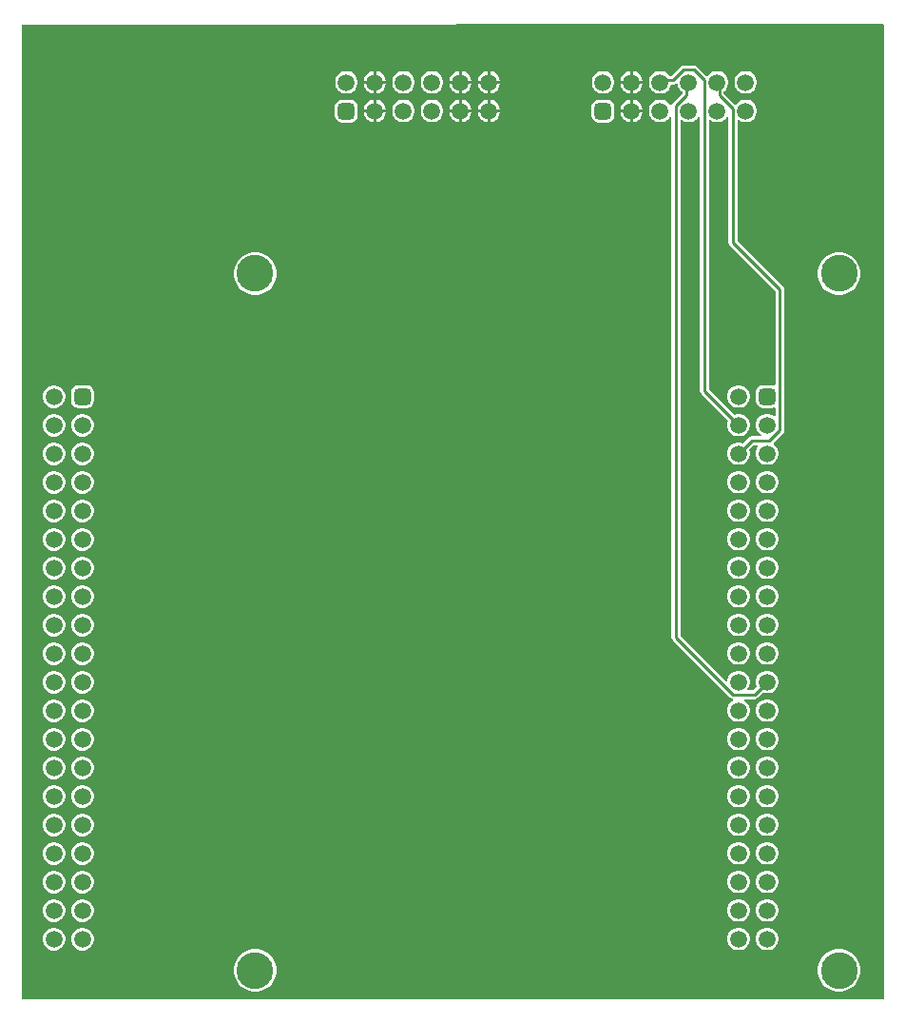
<source format=gbl>
G04*
G04 #@! TF.GenerationSoftware,Altium Limited,Altium Designer,23.6.0 (18)*
G04*
G04 Layer_Physical_Order=2*
G04 Layer_Color=16711680*
%FSLAX44Y44*%
%MOMM*%
G71*
G04*
G04 #@! TF.SameCoordinates,601DDEDB-8D37-4A0F-BDDB-BED4ADFAC405*
G04*
G04*
G04 #@! TF.FilePolarity,Positive*
G04*
G01*
G75*
%ADD13C,0.2540*%
%ADD16C,3.2639*%
%ADD18C,1.5000*%
G04:AMPARAMS|DCode=19|XSize=1.5mm|YSize=1.5mm|CornerRadius=0.375mm|HoleSize=0mm|Usage=FLASHONLY|Rotation=0.000|XOffset=0mm|YOffset=0mm|HoleType=Round|Shape=RoundedRectangle|*
%AMROUNDEDRECTD19*
21,1,1.5000,0.7500,0,0,0.0*
21,1,0.7500,1.5000,0,0,0.0*
1,1,0.7500,0.3750,-0.3750*
1,1,0.7500,-0.3750,-0.3750*
1,1,0.7500,-0.3750,0.3750*
1,1,0.7500,0.3750,0.3750*
%
%ADD19ROUNDEDRECTD19*%
G04:AMPARAMS|DCode=20|XSize=1.5mm|YSize=1.5mm|CornerRadius=0.375mm|HoleSize=0mm|Usage=FLASHONLY|Rotation=270.000|XOffset=0mm|YOffset=0mm|HoleType=Round|Shape=RoundedRectangle|*
%AMROUNDEDRECTD20*
21,1,1.5000,0.7500,0,0,270.0*
21,1,0.7500,1.5000,0,0,270.0*
1,1,0.7500,-0.3750,-0.3750*
1,1,0.7500,-0.3750,0.3750*
1,1,0.7500,0.3750,0.3750*
1,1,0.7500,0.3750,-0.3750*
%
%ADD20ROUNDEDRECTD20*%
G36*
X1850000Y993000D02*
Y126000D01*
X1083000D01*
X1082000Y127000D01*
Y993000D01*
X1849000Y994000D01*
X1850000Y993000D01*
D02*
G37*
%LPC*%
G36*
X1680784Y957246D02*
X1671415D01*
X1669928Y956950D01*
X1668668Y956108D01*
X1660401Y947840D01*
X1658950D01*
X1658734Y948216D01*
X1656864Y950085D01*
X1654575Y951407D01*
X1652021Y952091D01*
X1649378D01*
X1646824Y951407D01*
X1644535Y950085D01*
X1642666Y948216D01*
X1641344Y945926D01*
X1640660Y943373D01*
Y940729D01*
X1641344Y938176D01*
X1642666Y935886D01*
X1644535Y934017D01*
X1646824Y932695D01*
X1649378Y932011D01*
X1652021D01*
X1654575Y932695D01*
X1656864Y934017D01*
X1658734Y935886D01*
X1660055Y938176D01*
X1660563Y940071D01*
X1662010D01*
X1663496Y940367D01*
X1664756Y941209D01*
X1664886Y941339D01*
X1666060Y940853D01*
Y940729D01*
X1666744Y938176D01*
X1668066Y935886D01*
X1669935Y934017D01*
X1670310Y933800D01*
Y932350D01*
X1662043Y924083D01*
X1661201Y922822D01*
X1660943Y921529D01*
X1660433Y921306D01*
X1659635Y921255D01*
X1658734Y922816D01*
X1656864Y924685D01*
X1654575Y926007D01*
X1652021Y926691D01*
X1649378D01*
X1646824Y926007D01*
X1644535Y924685D01*
X1642666Y922816D01*
X1641344Y920526D01*
X1640660Y917973D01*
Y915329D01*
X1641344Y912776D01*
X1642666Y910486D01*
X1644535Y908617D01*
X1646824Y907295D01*
X1649378Y906611D01*
X1652021D01*
X1654575Y907295D01*
X1656864Y908617D01*
X1658734Y910486D01*
X1659635Y912048D01*
X1660905Y911707D01*
Y448416D01*
X1661201Y446929D01*
X1662043Y445669D01*
X1713168Y394543D01*
X1714429Y393701D01*
X1715723Y393444D01*
X1715945Y392933D01*
X1715996Y392135D01*
X1714435Y391234D01*
X1712566Y389365D01*
X1711244Y387075D01*
X1710560Y384522D01*
Y381878D01*
X1711244Y379325D01*
X1712566Y377035D01*
X1714435Y375166D01*
X1716725Y373844D01*
X1719278Y373160D01*
X1721922D01*
X1724475Y373844D01*
X1726765Y375166D01*
X1728634Y377035D01*
X1729956Y379325D01*
X1730640Y381878D01*
Y384522D01*
X1729956Y387075D01*
X1728634Y389365D01*
X1726765Y391234D01*
X1725204Y392135D01*
X1725544Y393405D01*
X1734690D01*
X1736177Y393701D01*
X1737437Y394543D01*
X1742135Y399241D01*
X1744678Y398560D01*
X1747322D01*
X1749875Y399244D01*
X1752165Y400566D01*
X1754034Y402435D01*
X1755356Y404725D01*
X1756040Y407278D01*
Y409922D01*
X1755356Y412475D01*
X1754034Y414765D01*
X1752165Y416634D01*
X1749875Y417956D01*
X1747322Y418640D01*
X1744678D01*
X1742125Y417956D01*
X1739835Y416634D01*
X1737966Y414765D01*
X1736644Y412475D01*
X1735960Y409922D01*
Y407278D01*
X1736641Y404735D01*
X1733081Y401175D01*
X1729033D01*
X1728547Y402348D01*
X1728634Y402435D01*
X1729956Y404725D01*
X1730640Y407278D01*
Y409922D01*
X1729956Y412475D01*
X1728634Y414765D01*
X1726765Y416634D01*
X1724475Y417956D01*
X1721922Y418640D01*
X1719278D01*
X1716725Y417956D01*
X1714435Y416634D01*
X1712566Y414765D01*
X1711244Y412475D01*
X1710560Y409922D01*
Y409798D01*
X1709387Y409312D01*
X1668674Y450025D01*
Y908218D01*
X1669848Y908704D01*
X1669935Y908617D01*
X1672224Y907295D01*
X1674778Y906611D01*
X1677421D01*
X1679975Y907295D01*
X1682264Y908617D01*
X1684134Y910486D01*
X1685035Y912048D01*
X1686305Y911707D01*
Y667610D01*
X1686601Y666124D01*
X1687443Y664864D01*
X1711241Y641065D01*
X1710560Y638522D01*
Y635878D01*
X1711244Y633325D01*
X1712566Y631035D01*
X1714435Y629166D01*
X1716725Y627844D01*
X1719278Y627160D01*
X1721922D01*
X1724475Y627844D01*
X1726765Y629166D01*
X1728634Y631035D01*
X1729956Y633325D01*
X1730640Y635878D01*
Y638522D01*
X1729956Y641075D01*
X1728634Y643365D01*
X1726765Y645234D01*
X1724475Y646556D01*
X1721922Y647240D01*
X1719278D01*
X1716735Y646559D01*
X1694074Y669219D01*
Y908218D01*
X1695248Y908704D01*
X1695335Y908617D01*
X1697624Y907295D01*
X1700178Y906611D01*
X1702821D01*
X1705375Y907295D01*
X1707664Y908617D01*
X1709534Y910486D01*
X1710435Y912048D01*
X1711705Y911707D01*
Y799413D01*
X1712001Y797926D01*
X1712843Y796666D01*
X1753425Y756083D01*
Y672933D01*
X1752381Y672261D01*
X1752155Y672285D01*
X1749750Y672763D01*
X1742250D01*
X1739796Y672275D01*
X1737715Y670885D01*
X1736325Y668804D01*
X1735837Y666350D01*
Y658850D01*
X1736325Y656396D01*
X1737715Y654315D01*
X1739796Y652925D01*
X1742250Y652437D01*
X1749750D01*
X1752155Y652915D01*
X1752381Y652939D01*
X1753425Y652267D01*
Y645633D01*
X1752252Y645147D01*
X1752165Y645234D01*
X1749875Y646556D01*
X1747322Y647240D01*
X1744678D01*
X1742125Y646556D01*
X1739835Y645234D01*
X1737966Y643365D01*
X1736644Y641075D01*
X1735960Y638522D01*
Y635878D01*
X1736644Y633325D01*
X1737966Y631035D01*
X1739835Y629166D01*
X1740981Y628504D01*
X1740641Y627234D01*
X1732150D01*
X1730663Y626939D01*
X1729403Y626096D01*
X1724465Y621159D01*
X1721922Y621840D01*
X1719278D01*
X1716725Y621156D01*
X1714435Y619834D01*
X1712566Y617965D01*
X1711244Y615675D01*
X1710560Y613122D01*
Y610478D01*
X1711244Y607925D01*
X1712566Y605635D01*
X1714435Y603766D01*
X1716725Y602444D01*
X1719278Y601760D01*
X1721922D01*
X1724475Y602444D01*
X1726765Y603766D01*
X1728634Y605635D01*
X1729956Y607925D01*
X1730640Y610478D01*
Y613122D01*
X1729959Y615665D01*
X1733759Y619465D01*
X1737807D01*
X1738293Y618292D01*
X1737966Y617965D01*
X1736644Y615675D01*
X1735960Y613122D01*
Y610478D01*
X1736644Y607925D01*
X1737966Y605635D01*
X1739835Y603766D01*
X1742125Y602444D01*
X1744678Y601760D01*
X1747322D01*
X1749875Y602444D01*
X1752165Y603766D01*
X1754034Y605635D01*
X1755356Y607925D01*
X1756040Y610478D01*
Y613122D01*
X1755356Y615675D01*
X1754034Y617965D01*
X1752165Y619834D01*
X1752009Y619924D01*
X1751800Y621511D01*
X1760057Y629768D01*
X1760899Y631029D01*
X1761195Y632515D01*
Y757692D01*
X1760899Y759179D01*
X1760057Y760439D01*
X1719474Y801022D01*
Y908218D01*
X1720648Y908704D01*
X1720735Y908617D01*
X1723024Y907295D01*
X1725578Y906611D01*
X1728221D01*
X1730775Y907295D01*
X1733064Y908617D01*
X1734934Y910486D01*
X1736255Y912776D01*
X1736940Y915329D01*
Y917973D01*
X1736255Y920526D01*
X1734934Y922816D01*
X1733064Y924685D01*
X1730775Y926007D01*
X1728221Y926691D01*
X1725578D01*
X1723024Y926007D01*
X1720735Y924685D01*
X1718866Y922816D01*
X1718640Y922424D01*
X1717381Y922259D01*
X1707289Y932350D01*
Y933800D01*
X1707664Y934017D01*
X1709534Y935886D01*
X1710855Y938176D01*
X1711540Y940729D01*
Y943373D01*
X1710855Y945926D01*
X1709534Y948216D01*
X1707664Y950085D01*
X1705375Y951407D01*
X1702821Y952091D01*
X1700178D01*
X1697624Y951407D01*
X1695335Y950085D01*
X1693466Y948216D01*
X1693240Y947824D01*
X1691980Y947659D01*
X1683531Y956108D01*
X1682271Y956950D01*
X1680784Y957246D01*
D02*
G37*
G36*
X1626621Y952091D02*
X1626570D01*
Y943321D01*
X1635340D01*
Y943373D01*
X1634655Y945926D01*
X1633334Y948216D01*
X1631464Y950085D01*
X1629175Y951407D01*
X1626621Y952091D01*
D02*
G37*
G36*
X1624030D02*
X1623978D01*
X1621424Y951407D01*
X1619135Y950085D01*
X1617266Y948216D01*
X1615944Y945926D01*
X1615260Y943373D01*
Y943321D01*
X1624030D01*
Y952091D01*
D02*
G37*
G36*
X1499620D02*
X1499568D01*
Y943321D01*
X1508338D01*
Y943373D01*
X1507654Y945926D01*
X1506332Y948216D01*
X1504463Y950085D01*
X1502173Y951407D01*
X1499620Y952091D01*
D02*
G37*
G36*
X1497028D02*
X1496976D01*
X1494423Y951407D01*
X1492133Y950085D01*
X1490264Y948216D01*
X1488942Y945926D01*
X1488258Y943373D01*
Y943321D01*
X1497028D01*
Y952091D01*
D02*
G37*
G36*
X1474220D02*
X1474168D01*
Y943321D01*
X1482938D01*
Y943373D01*
X1482254Y945926D01*
X1480932Y948216D01*
X1479063Y950085D01*
X1476774Y951407D01*
X1474220Y952091D01*
D02*
G37*
G36*
X1471628D02*
X1471576D01*
X1469023Y951407D01*
X1466734Y950085D01*
X1464864Y948216D01*
X1463542Y945926D01*
X1462858Y943373D01*
Y943321D01*
X1471628D01*
Y952091D01*
D02*
G37*
G36*
X1398020D02*
X1397968D01*
Y943321D01*
X1406738D01*
Y943373D01*
X1406054Y945926D01*
X1404732Y948216D01*
X1402863Y950085D01*
X1400573Y951407D01*
X1398020Y952091D01*
D02*
G37*
G36*
X1395428D02*
X1395376D01*
X1392823Y951407D01*
X1390533Y950085D01*
X1388664Y948216D01*
X1387342Y945926D01*
X1386658Y943373D01*
Y943321D01*
X1395428D01*
Y952091D01*
D02*
G37*
G36*
X1728221D02*
X1725578D01*
X1723024Y951407D01*
X1720735Y950085D01*
X1718866Y948216D01*
X1717544Y945926D01*
X1716860Y943373D01*
Y940729D01*
X1717544Y938176D01*
X1718866Y935886D01*
X1720735Y934017D01*
X1723024Y932695D01*
X1725578Y932011D01*
X1728221D01*
X1730775Y932695D01*
X1733064Y934017D01*
X1734934Y935886D01*
X1736255Y938176D01*
X1736940Y940729D01*
Y943373D01*
X1736255Y945926D01*
X1734934Y948216D01*
X1733064Y950085D01*
X1730775Y951407D01*
X1728221Y952091D01*
D02*
G37*
G36*
X1635340Y940781D02*
X1626570D01*
Y932011D01*
X1626621D01*
X1629175Y932695D01*
X1631464Y934017D01*
X1633334Y935886D01*
X1634655Y938176D01*
X1635340Y940729D01*
Y940781D01*
D02*
G37*
G36*
X1624030D02*
X1615260D01*
Y940729D01*
X1615944Y938176D01*
X1617266Y935886D01*
X1619135Y934017D01*
X1621424Y932695D01*
X1623978Y932011D01*
X1624030D01*
Y940781D01*
D02*
G37*
G36*
X1601221Y952091D02*
X1598578D01*
X1596024Y951407D01*
X1593735Y950085D01*
X1591866Y948216D01*
X1590544Y945926D01*
X1589860Y943373D01*
Y940729D01*
X1590544Y938176D01*
X1591866Y935886D01*
X1593735Y934017D01*
X1596024Y932695D01*
X1598578Y932011D01*
X1601221D01*
X1603775Y932695D01*
X1606064Y934017D01*
X1607934Y935886D01*
X1609255Y938176D01*
X1609940Y940729D01*
Y943373D01*
X1609255Y945926D01*
X1607934Y948216D01*
X1606064Y950085D01*
X1603775Y951407D01*
X1601221Y952091D01*
D02*
G37*
G36*
X1508338Y940781D02*
X1499568D01*
Y932011D01*
X1499620D01*
X1502173Y932695D01*
X1504463Y934017D01*
X1506332Y935886D01*
X1507654Y938176D01*
X1508338Y940729D01*
Y940781D01*
D02*
G37*
G36*
X1497028D02*
X1488258D01*
Y940729D01*
X1488942Y938176D01*
X1490264Y935886D01*
X1492133Y934017D01*
X1494423Y932695D01*
X1496976Y932011D01*
X1497028D01*
Y940781D01*
D02*
G37*
G36*
X1482938D02*
X1474168D01*
Y932011D01*
X1474220D01*
X1476774Y932695D01*
X1479063Y934017D01*
X1480932Y935886D01*
X1482254Y938176D01*
X1482938Y940729D01*
Y940781D01*
D02*
G37*
G36*
X1471628D02*
X1462858D01*
Y940729D01*
X1463542Y938176D01*
X1464864Y935886D01*
X1466734Y934017D01*
X1469023Y932695D01*
X1471576Y932011D01*
X1471628D01*
Y940781D01*
D02*
G37*
G36*
X1448820Y952091D02*
X1446176D01*
X1443623Y951407D01*
X1441333Y950085D01*
X1439464Y948216D01*
X1438142Y945926D01*
X1437458Y943373D01*
Y940729D01*
X1438142Y938176D01*
X1439464Y935886D01*
X1441333Y934017D01*
X1443623Y932695D01*
X1446176Y932011D01*
X1448820D01*
X1451373Y932695D01*
X1453663Y934017D01*
X1455532Y935886D01*
X1456854Y938176D01*
X1457538Y940729D01*
Y943373D01*
X1456854Y945926D01*
X1455532Y948216D01*
X1453663Y950085D01*
X1451373Y951407D01*
X1448820Y952091D01*
D02*
G37*
G36*
X1423420D02*
X1420776D01*
X1418223Y951407D01*
X1415934Y950085D01*
X1414064Y948216D01*
X1412742Y945926D01*
X1412058Y943373D01*
Y940729D01*
X1412742Y938176D01*
X1414064Y935886D01*
X1415934Y934017D01*
X1418223Y932695D01*
X1420776Y932011D01*
X1423420D01*
X1425974Y932695D01*
X1428263Y934017D01*
X1430132Y935886D01*
X1431454Y938176D01*
X1432138Y940729D01*
Y943373D01*
X1431454Y945926D01*
X1430132Y948216D01*
X1428263Y950085D01*
X1425974Y951407D01*
X1423420Y952091D01*
D02*
G37*
G36*
X1406738Y940781D02*
X1397968D01*
Y932011D01*
X1398020D01*
X1400573Y932695D01*
X1402863Y934017D01*
X1404732Y935886D01*
X1406054Y938176D01*
X1406738Y940729D01*
Y940781D01*
D02*
G37*
G36*
X1395428D02*
X1386658D01*
Y940729D01*
X1387342Y938176D01*
X1388664Y935886D01*
X1390533Y934017D01*
X1392823Y932695D01*
X1395376Y932011D01*
X1395428D01*
Y940781D01*
D02*
G37*
G36*
X1372620Y952091D02*
X1369976D01*
X1367423Y951407D01*
X1365134Y950085D01*
X1363264Y948216D01*
X1361942Y945926D01*
X1361258Y943373D01*
Y940729D01*
X1361942Y938176D01*
X1363264Y935886D01*
X1365134Y934017D01*
X1367423Y932695D01*
X1369976Y932011D01*
X1372620D01*
X1375173Y932695D01*
X1377463Y934017D01*
X1379332Y935886D01*
X1380654Y938176D01*
X1381338Y940729D01*
Y943373D01*
X1380654Y945926D01*
X1379332Y948216D01*
X1377463Y950085D01*
X1375173Y951407D01*
X1372620Y952091D01*
D02*
G37*
G36*
X1626621Y926691D02*
X1626570D01*
Y917921D01*
X1635340D01*
Y917973D01*
X1634655Y920526D01*
X1633334Y922816D01*
X1631464Y924685D01*
X1629175Y926007D01*
X1626621Y926691D01*
D02*
G37*
G36*
X1624030D02*
X1623978D01*
X1621424Y926007D01*
X1619135Y924685D01*
X1617266Y922816D01*
X1615944Y920526D01*
X1615260Y917973D01*
Y917921D01*
X1624030D01*
Y926691D01*
D02*
G37*
G36*
X1499620D02*
X1499568D01*
Y917921D01*
X1508338D01*
Y917973D01*
X1507654Y920526D01*
X1506332Y922816D01*
X1504463Y924685D01*
X1502173Y926007D01*
X1499620Y926691D01*
D02*
G37*
G36*
X1497028D02*
X1496976D01*
X1494423Y926007D01*
X1492133Y924685D01*
X1490264Y922816D01*
X1488942Y920526D01*
X1488258Y917973D01*
Y917921D01*
X1497028D01*
Y926691D01*
D02*
G37*
G36*
X1474220D02*
X1474168D01*
Y917921D01*
X1482938D01*
Y917973D01*
X1482254Y920526D01*
X1480932Y922816D01*
X1479063Y924685D01*
X1476774Y926007D01*
X1474220Y926691D01*
D02*
G37*
G36*
X1471628D02*
X1471576D01*
X1469023Y926007D01*
X1466734Y924685D01*
X1464864Y922816D01*
X1463542Y920526D01*
X1462858Y917973D01*
Y917921D01*
X1471628D01*
Y926691D01*
D02*
G37*
G36*
X1398020D02*
X1397968D01*
Y917921D01*
X1406738D01*
Y917973D01*
X1406054Y920526D01*
X1404732Y922816D01*
X1402863Y924685D01*
X1400573Y926007D01*
X1398020Y926691D01*
D02*
G37*
G36*
X1395428D02*
X1395376D01*
X1392823Y926007D01*
X1390533Y924685D01*
X1388664Y922816D01*
X1387342Y920526D01*
X1386658Y917973D01*
Y917921D01*
X1395428D01*
Y926691D01*
D02*
G37*
G36*
X1635340Y915381D02*
X1626570D01*
Y906611D01*
X1626621D01*
X1629175Y907295D01*
X1631464Y908617D01*
X1633334Y910486D01*
X1634655Y912776D01*
X1635340Y915329D01*
Y915381D01*
D02*
G37*
G36*
X1624030D02*
X1615260D01*
Y915329D01*
X1615944Y912776D01*
X1617266Y910486D01*
X1619135Y908617D01*
X1621424Y907295D01*
X1623978Y906611D01*
X1624030D01*
Y915381D01*
D02*
G37*
G36*
X1508338D02*
X1499568D01*
Y906611D01*
X1499620D01*
X1502173Y907295D01*
X1504463Y908617D01*
X1506332Y910486D01*
X1507654Y912776D01*
X1508338Y915329D01*
Y915381D01*
D02*
G37*
G36*
X1497028D02*
X1488258D01*
Y915329D01*
X1488942Y912776D01*
X1490264Y910486D01*
X1492133Y908617D01*
X1494423Y907295D01*
X1496976Y906611D01*
X1497028D01*
Y915381D01*
D02*
G37*
G36*
X1482938D02*
X1474168D01*
Y906611D01*
X1474220D01*
X1476774Y907295D01*
X1479063Y908617D01*
X1480932Y910486D01*
X1482254Y912776D01*
X1482938Y915329D01*
Y915381D01*
D02*
G37*
G36*
X1471628D02*
X1462858D01*
Y915329D01*
X1463542Y912776D01*
X1464864Y910486D01*
X1466734Y908617D01*
X1469023Y907295D01*
X1471576Y906611D01*
X1471628D01*
Y915381D01*
D02*
G37*
G36*
X1448820Y926691D02*
X1446176D01*
X1443623Y926007D01*
X1441333Y924685D01*
X1439464Y922816D01*
X1438142Y920526D01*
X1437458Y917973D01*
Y915329D01*
X1438142Y912776D01*
X1439464Y910486D01*
X1441333Y908617D01*
X1443623Y907295D01*
X1446176Y906611D01*
X1448820D01*
X1451373Y907295D01*
X1453663Y908617D01*
X1455532Y910486D01*
X1456854Y912776D01*
X1457538Y915329D01*
Y917973D01*
X1456854Y920526D01*
X1455532Y922816D01*
X1453663Y924685D01*
X1451373Y926007D01*
X1448820Y926691D01*
D02*
G37*
G36*
X1423420D02*
X1420776D01*
X1418223Y926007D01*
X1415934Y924685D01*
X1414064Y922816D01*
X1412742Y920526D01*
X1412058Y917973D01*
Y915329D01*
X1412742Y912776D01*
X1414064Y910486D01*
X1415934Y908617D01*
X1418223Y907295D01*
X1420776Y906611D01*
X1423420D01*
X1425974Y907295D01*
X1428263Y908617D01*
X1430132Y910486D01*
X1431454Y912776D01*
X1432138Y915329D01*
Y917973D01*
X1431454Y920526D01*
X1430132Y922816D01*
X1428263Y924685D01*
X1425974Y926007D01*
X1423420Y926691D01*
D02*
G37*
G36*
X1406738Y915381D02*
X1397968D01*
Y906611D01*
X1398020D01*
X1400573Y907295D01*
X1402863Y908617D01*
X1404732Y910486D01*
X1406054Y912776D01*
X1406738Y915329D01*
Y915381D01*
D02*
G37*
G36*
X1395428D02*
X1386658D01*
Y915329D01*
X1387342Y912776D01*
X1388664Y910486D01*
X1390533Y908617D01*
X1392823Y907295D01*
X1395376Y906611D01*
X1395428D01*
Y915381D01*
D02*
G37*
G36*
X1603650Y926814D02*
X1596150D01*
X1593695Y926326D01*
X1591615Y924936D01*
X1590225Y922855D01*
X1589736Y920401D01*
Y912901D01*
X1590225Y910447D01*
X1591615Y908366D01*
X1593695Y906976D01*
X1596150Y906488D01*
X1603650D01*
X1606104Y906976D01*
X1608185Y908366D01*
X1609575Y910447D01*
X1610063Y912901D01*
Y920401D01*
X1609575Y922855D01*
X1608185Y924936D01*
X1606104Y926326D01*
X1603650Y926814D01*
D02*
G37*
G36*
X1375048D02*
X1367548D01*
X1365094Y926326D01*
X1363013Y924936D01*
X1361623Y922855D01*
X1361135Y920401D01*
Y912901D01*
X1361623Y910447D01*
X1363013Y908366D01*
X1365094Y906976D01*
X1367548Y906488D01*
X1375048D01*
X1377502Y906976D01*
X1379583Y908366D01*
X1380973Y910447D01*
X1381461Y912901D01*
Y920401D01*
X1380973Y922855D01*
X1379583Y924936D01*
X1377502Y926326D01*
X1375048Y926814D01*
D02*
G37*
G36*
X1811857Y790860D02*
X1808143D01*
X1804499Y790135D01*
X1801067Y788713D01*
X1797978Y786649D01*
X1795351Y784022D01*
X1793287Y780933D01*
X1791865Y777501D01*
X1791140Y773857D01*
Y770143D01*
X1791865Y766499D01*
X1793287Y763067D01*
X1795351Y759978D01*
X1797978Y757351D01*
X1801067Y755287D01*
X1804499Y753865D01*
X1808143Y753140D01*
X1811857D01*
X1815501Y753865D01*
X1818933Y755287D01*
X1822022Y757351D01*
X1824649Y759978D01*
X1826713Y763067D01*
X1828135Y766499D01*
X1828860Y770143D01*
Y773857D01*
X1828135Y777501D01*
X1826713Y780933D01*
X1824649Y784022D01*
X1822022Y786649D01*
X1818933Y788713D01*
X1815501Y790135D01*
X1811857Y790860D01*
D02*
G37*
G36*
X1291857D02*
X1288143D01*
X1284499Y790135D01*
X1281067Y788713D01*
X1277978Y786649D01*
X1275351Y784022D01*
X1273287Y780933D01*
X1271865Y777501D01*
X1271141Y773857D01*
Y770143D01*
X1271865Y766499D01*
X1273287Y763067D01*
X1275351Y759978D01*
X1277978Y757351D01*
X1281067Y755287D01*
X1284499Y753865D01*
X1288143Y753140D01*
X1291857D01*
X1295501Y753865D01*
X1298933Y755287D01*
X1302022Y757351D01*
X1304649Y759978D01*
X1306713Y763067D01*
X1308135Y766499D01*
X1308860Y770143D01*
Y773857D01*
X1308135Y777501D01*
X1306713Y780933D01*
X1304649Y784022D01*
X1302022Y786649D01*
X1298933Y788713D01*
X1295501Y790135D01*
X1291857Y790860D01*
D02*
G37*
G36*
X1721922Y672640D02*
X1719278D01*
X1716725Y671956D01*
X1714435Y670634D01*
X1712566Y668765D01*
X1711244Y666475D01*
X1710560Y663922D01*
Y661278D01*
X1711244Y658725D01*
X1712566Y656435D01*
X1714435Y654566D01*
X1716725Y653244D01*
X1719278Y652560D01*
X1721922D01*
X1724475Y653244D01*
X1726765Y654566D01*
X1728634Y656435D01*
X1729956Y658725D01*
X1730640Y661278D01*
Y663922D01*
X1729956Y666475D01*
X1728634Y668765D01*
X1726765Y670634D01*
X1724475Y671956D01*
X1721922Y672640D01*
D02*
G37*
G36*
X1112253Y672390D02*
X1109609D01*
X1107056Y671706D01*
X1104766Y670384D01*
X1102897Y668515D01*
X1101575Y666225D01*
X1100891Y663672D01*
Y661028D01*
X1101575Y658475D01*
X1102897Y656185D01*
X1104766Y654316D01*
X1107056Y652994D01*
X1109609Y652310D01*
X1112253D01*
X1114807Y652994D01*
X1117096Y654316D01*
X1118965Y656185D01*
X1120287Y658475D01*
X1120971Y661028D01*
Y663672D01*
X1120287Y666225D01*
X1118965Y668515D01*
X1117096Y670384D01*
X1114807Y671706D01*
X1112253Y672390D01*
D02*
G37*
G36*
X1140081Y672513D02*
X1132581D01*
X1130127Y672025D01*
X1128046Y670635D01*
X1126656Y668554D01*
X1126168Y666100D01*
Y658600D01*
X1126656Y656146D01*
X1128046Y654065D01*
X1130127Y652675D01*
X1132581Y652187D01*
X1140081D01*
X1142535Y652675D01*
X1144616Y654065D01*
X1146006Y656146D01*
X1146495Y658600D01*
Y666100D01*
X1146006Y668554D01*
X1144616Y670635D01*
X1142535Y672025D01*
X1140081Y672513D01*
D02*
G37*
G36*
X1137653Y646990D02*
X1135009D01*
X1132456Y646306D01*
X1130166Y644984D01*
X1128297Y643115D01*
X1126975Y640825D01*
X1126291Y638272D01*
Y635628D01*
X1126975Y633075D01*
X1128297Y630785D01*
X1130166Y628916D01*
X1132456Y627594D01*
X1135009Y626910D01*
X1137653D01*
X1140207Y627594D01*
X1142496Y628916D01*
X1144365Y630785D01*
X1145687Y633075D01*
X1146371Y635628D01*
Y638272D01*
X1145687Y640825D01*
X1144365Y643115D01*
X1142496Y644984D01*
X1140207Y646306D01*
X1137653Y646990D01*
D02*
G37*
G36*
X1112253D02*
X1109609D01*
X1107056Y646306D01*
X1104766Y644984D01*
X1102897Y643115D01*
X1101575Y640825D01*
X1100891Y638272D01*
Y635628D01*
X1101575Y633075D01*
X1102897Y630785D01*
X1104766Y628916D01*
X1107056Y627594D01*
X1109609Y626910D01*
X1112253D01*
X1114807Y627594D01*
X1117096Y628916D01*
X1118965Y630785D01*
X1120287Y633075D01*
X1120971Y635628D01*
Y638272D01*
X1120287Y640825D01*
X1118965Y643115D01*
X1117096Y644984D01*
X1114807Y646306D01*
X1112253Y646990D01*
D02*
G37*
G36*
X1137653Y621590D02*
X1135009D01*
X1132456Y620906D01*
X1130166Y619584D01*
X1128297Y617715D01*
X1126975Y615425D01*
X1126291Y612872D01*
Y610228D01*
X1126975Y607675D01*
X1128297Y605385D01*
X1130166Y603516D01*
X1132456Y602194D01*
X1135009Y601510D01*
X1137653D01*
X1140207Y602194D01*
X1142496Y603516D01*
X1144365Y605385D01*
X1145687Y607675D01*
X1146371Y610228D01*
Y612872D01*
X1145687Y615425D01*
X1144365Y617715D01*
X1142496Y619584D01*
X1140207Y620906D01*
X1137653Y621590D01*
D02*
G37*
G36*
X1112253D02*
X1109609D01*
X1107056Y620906D01*
X1104766Y619584D01*
X1102897Y617715D01*
X1101575Y615425D01*
X1100891Y612872D01*
Y610228D01*
X1101575Y607675D01*
X1102897Y605385D01*
X1104766Y603516D01*
X1107056Y602194D01*
X1109609Y601510D01*
X1112253D01*
X1114807Y602194D01*
X1117096Y603516D01*
X1118965Y605385D01*
X1120287Y607675D01*
X1120971Y610228D01*
Y612872D01*
X1120287Y615425D01*
X1118965Y617715D01*
X1117096Y619584D01*
X1114807Y620906D01*
X1112253Y621590D01*
D02*
G37*
G36*
X1747322Y596440D02*
X1744678D01*
X1742125Y595756D01*
X1739835Y594434D01*
X1737966Y592565D01*
X1736644Y590275D01*
X1735960Y587722D01*
Y585078D01*
X1736644Y582525D01*
X1737966Y580235D01*
X1739835Y578366D01*
X1742125Y577044D01*
X1744678Y576360D01*
X1747322D01*
X1749875Y577044D01*
X1752165Y578366D01*
X1754034Y580235D01*
X1755356Y582525D01*
X1756040Y585078D01*
Y587722D01*
X1755356Y590275D01*
X1754034Y592565D01*
X1752165Y594434D01*
X1749875Y595756D01*
X1747322Y596440D01*
D02*
G37*
G36*
X1721922D02*
X1719278D01*
X1716725Y595756D01*
X1714435Y594434D01*
X1712566Y592565D01*
X1711244Y590275D01*
X1710560Y587722D01*
Y585078D01*
X1711244Y582525D01*
X1712566Y580235D01*
X1714435Y578366D01*
X1716725Y577044D01*
X1719278Y576360D01*
X1721922D01*
X1724475Y577044D01*
X1726765Y578366D01*
X1728634Y580235D01*
X1729956Y582525D01*
X1730640Y585078D01*
Y587722D01*
X1729956Y590275D01*
X1728634Y592565D01*
X1726765Y594434D01*
X1724475Y595756D01*
X1721922Y596440D01*
D02*
G37*
G36*
X1137653Y596190D02*
X1135009D01*
X1132456Y595506D01*
X1130166Y594184D01*
X1128297Y592315D01*
X1126975Y590025D01*
X1126291Y587472D01*
Y584828D01*
X1126975Y582275D01*
X1128297Y579985D01*
X1130166Y578116D01*
X1132456Y576794D01*
X1135009Y576110D01*
X1137653D01*
X1140207Y576794D01*
X1142496Y578116D01*
X1144365Y579985D01*
X1145687Y582275D01*
X1146371Y584828D01*
Y587472D01*
X1145687Y590025D01*
X1144365Y592315D01*
X1142496Y594184D01*
X1140207Y595506D01*
X1137653Y596190D01*
D02*
G37*
G36*
X1112253D02*
X1109609D01*
X1107056Y595506D01*
X1104766Y594184D01*
X1102897Y592315D01*
X1101575Y590025D01*
X1100891Y587472D01*
Y584828D01*
X1101575Y582275D01*
X1102897Y579985D01*
X1104766Y578116D01*
X1107056Y576794D01*
X1109609Y576110D01*
X1112253D01*
X1114807Y576794D01*
X1117096Y578116D01*
X1118965Y579985D01*
X1120287Y582275D01*
X1120971Y584828D01*
Y587472D01*
X1120287Y590025D01*
X1118965Y592315D01*
X1117096Y594184D01*
X1114807Y595506D01*
X1112253Y596190D01*
D02*
G37*
G36*
X1747322Y571040D02*
X1744678D01*
X1742125Y570356D01*
X1739835Y569034D01*
X1737966Y567165D01*
X1736644Y564875D01*
X1735960Y562322D01*
Y559678D01*
X1736644Y557125D01*
X1737966Y554835D01*
X1739835Y552966D01*
X1742125Y551644D01*
X1744678Y550960D01*
X1747322D01*
X1749875Y551644D01*
X1752165Y552966D01*
X1754034Y554835D01*
X1755356Y557125D01*
X1756040Y559678D01*
Y562322D01*
X1755356Y564875D01*
X1754034Y567165D01*
X1752165Y569034D01*
X1749875Y570356D01*
X1747322Y571040D01*
D02*
G37*
G36*
X1721922D02*
X1719278D01*
X1716725Y570356D01*
X1714435Y569034D01*
X1712566Y567165D01*
X1711244Y564875D01*
X1710560Y562322D01*
Y559678D01*
X1711244Y557125D01*
X1712566Y554835D01*
X1714435Y552966D01*
X1716725Y551644D01*
X1719278Y550960D01*
X1721922D01*
X1724475Y551644D01*
X1726765Y552966D01*
X1728634Y554835D01*
X1729956Y557125D01*
X1730640Y559678D01*
Y562322D01*
X1729956Y564875D01*
X1728634Y567165D01*
X1726765Y569034D01*
X1724475Y570356D01*
X1721922Y571040D01*
D02*
G37*
G36*
X1137653Y570790D02*
X1135009D01*
X1132456Y570106D01*
X1130166Y568784D01*
X1128297Y566915D01*
X1126975Y564625D01*
X1126291Y562072D01*
Y559428D01*
X1126975Y556875D01*
X1128297Y554585D01*
X1130166Y552716D01*
X1132456Y551394D01*
X1135009Y550710D01*
X1137653D01*
X1140207Y551394D01*
X1142496Y552716D01*
X1144365Y554585D01*
X1145687Y556875D01*
X1146371Y559428D01*
Y562072D01*
X1145687Y564625D01*
X1144365Y566915D01*
X1142496Y568784D01*
X1140207Y570106D01*
X1137653Y570790D01*
D02*
G37*
G36*
X1112253D02*
X1109609D01*
X1107056Y570106D01*
X1104766Y568784D01*
X1102897Y566915D01*
X1101575Y564625D01*
X1100891Y562072D01*
Y559428D01*
X1101575Y556875D01*
X1102897Y554585D01*
X1104766Y552716D01*
X1107056Y551394D01*
X1109609Y550710D01*
X1112253D01*
X1114807Y551394D01*
X1117096Y552716D01*
X1118965Y554585D01*
X1120287Y556875D01*
X1120971Y559428D01*
Y562072D01*
X1120287Y564625D01*
X1118965Y566915D01*
X1117096Y568784D01*
X1114807Y570106D01*
X1112253Y570790D01*
D02*
G37*
G36*
X1747322Y545640D02*
X1744678D01*
X1742125Y544956D01*
X1739835Y543634D01*
X1737966Y541765D01*
X1736644Y539475D01*
X1735960Y536922D01*
Y534278D01*
X1736644Y531725D01*
X1737966Y529435D01*
X1739835Y527566D01*
X1742125Y526244D01*
X1744678Y525560D01*
X1747322D01*
X1749875Y526244D01*
X1752165Y527566D01*
X1754034Y529435D01*
X1755356Y531725D01*
X1756040Y534278D01*
Y536922D01*
X1755356Y539475D01*
X1754034Y541765D01*
X1752165Y543634D01*
X1749875Y544956D01*
X1747322Y545640D01*
D02*
G37*
G36*
X1721922D02*
X1719278D01*
X1716725Y544956D01*
X1714435Y543634D01*
X1712566Y541765D01*
X1711244Y539475D01*
X1710560Y536922D01*
Y534278D01*
X1711244Y531725D01*
X1712566Y529435D01*
X1714435Y527566D01*
X1716725Y526244D01*
X1719278Y525560D01*
X1721922D01*
X1724475Y526244D01*
X1726765Y527566D01*
X1728634Y529435D01*
X1729956Y531725D01*
X1730640Y534278D01*
Y536922D01*
X1729956Y539475D01*
X1728634Y541765D01*
X1726765Y543634D01*
X1724475Y544956D01*
X1721922Y545640D01*
D02*
G37*
G36*
X1137653Y545390D02*
X1135009D01*
X1132456Y544706D01*
X1130166Y543384D01*
X1128297Y541515D01*
X1126975Y539225D01*
X1126291Y536672D01*
Y534028D01*
X1126975Y531475D01*
X1128297Y529185D01*
X1130166Y527316D01*
X1132456Y525994D01*
X1135009Y525310D01*
X1137653D01*
X1140207Y525994D01*
X1142496Y527316D01*
X1144365Y529185D01*
X1145687Y531475D01*
X1146371Y534028D01*
Y536672D01*
X1145687Y539225D01*
X1144365Y541515D01*
X1142496Y543384D01*
X1140207Y544706D01*
X1137653Y545390D01*
D02*
G37*
G36*
X1112253D02*
X1109609D01*
X1107056Y544706D01*
X1104766Y543384D01*
X1102897Y541515D01*
X1101575Y539225D01*
X1100891Y536672D01*
Y534028D01*
X1101575Y531475D01*
X1102897Y529185D01*
X1104766Y527316D01*
X1107056Y525994D01*
X1109609Y525310D01*
X1112253D01*
X1114807Y525994D01*
X1117096Y527316D01*
X1118965Y529185D01*
X1120287Y531475D01*
X1120971Y534028D01*
Y536672D01*
X1120287Y539225D01*
X1118965Y541515D01*
X1117096Y543384D01*
X1114807Y544706D01*
X1112253Y545390D01*
D02*
G37*
G36*
X1747322Y520240D02*
X1744678D01*
X1742125Y519556D01*
X1739835Y518234D01*
X1737966Y516365D01*
X1736644Y514075D01*
X1735960Y511522D01*
Y508878D01*
X1736644Y506325D01*
X1737966Y504035D01*
X1739835Y502166D01*
X1742125Y500844D01*
X1744678Y500160D01*
X1747322D01*
X1749875Y500844D01*
X1752165Y502166D01*
X1754034Y504035D01*
X1755356Y506325D01*
X1756040Y508878D01*
Y511522D01*
X1755356Y514075D01*
X1754034Y516365D01*
X1752165Y518234D01*
X1749875Y519556D01*
X1747322Y520240D01*
D02*
G37*
G36*
X1721922D02*
X1719278D01*
X1716725Y519556D01*
X1714435Y518234D01*
X1712566Y516365D01*
X1711244Y514075D01*
X1710560Y511522D01*
Y508878D01*
X1711244Y506325D01*
X1712566Y504035D01*
X1714435Y502166D01*
X1716725Y500844D01*
X1719278Y500160D01*
X1721922D01*
X1724475Y500844D01*
X1726765Y502166D01*
X1728634Y504035D01*
X1729956Y506325D01*
X1730640Y508878D01*
Y511522D01*
X1729956Y514075D01*
X1728634Y516365D01*
X1726765Y518234D01*
X1724475Y519556D01*
X1721922Y520240D01*
D02*
G37*
G36*
X1137653Y519990D02*
X1135009D01*
X1132456Y519306D01*
X1130166Y517984D01*
X1128297Y516115D01*
X1126975Y513825D01*
X1126291Y511272D01*
Y508628D01*
X1126975Y506075D01*
X1128297Y503785D01*
X1130166Y501916D01*
X1132456Y500594D01*
X1135009Y499910D01*
X1137653D01*
X1140207Y500594D01*
X1142496Y501916D01*
X1144365Y503785D01*
X1145687Y506075D01*
X1146371Y508628D01*
Y511272D01*
X1145687Y513825D01*
X1144365Y516115D01*
X1142496Y517984D01*
X1140207Y519306D01*
X1137653Y519990D01*
D02*
G37*
G36*
X1112253D02*
X1109609D01*
X1107056Y519306D01*
X1104766Y517984D01*
X1102897Y516115D01*
X1101575Y513825D01*
X1100891Y511272D01*
Y508628D01*
X1101575Y506075D01*
X1102897Y503785D01*
X1104766Y501916D01*
X1107056Y500594D01*
X1109609Y499910D01*
X1112253D01*
X1114807Y500594D01*
X1117096Y501916D01*
X1118965Y503785D01*
X1120287Y506075D01*
X1120971Y508628D01*
Y511272D01*
X1120287Y513825D01*
X1118965Y516115D01*
X1117096Y517984D01*
X1114807Y519306D01*
X1112253Y519990D01*
D02*
G37*
G36*
X1747322Y494840D02*
X1744678D01*
X1742125Y494156D01*
X1739835Y492834D01*
X1737966Y490965D01*
X1736644Y488675D01*
X1735960Y486122D01*
Y483478D01*
X1736644Y480925D01*
X1737966Y478635D01*
X1739835Y476766D01*
X1742125Y475444D01*
X1744678Y474760D01*
X1747322D01*
X1749875Y475444D01*
X1752165Y476766D01*
X1754034Y478635D01*
X1755356Y480925D01*
X1756040Y483478D01*
Y486122D01*
X1755356Y488675D01*
X1754034Y490965D01*
X1752165Y492834D01*
X1749875Y494156D01*
X1747322Y494840D01*
D02*
G37*
G36*
X1721922D02*
X1719278D01*
X1716725Y494156D01*
X1714435Y492834D01*
X1712566Y490965D01*
X1711244Y488675D01*
X1710560Y486122D01*
Y483478D01*
X1711244Y480925D01*
X1712566Y478635D01*
X1714435Y476766D01*
X1716725Y475444D01*
X1719278Y474760D01*
X1721922D01*
X1724475Y475444D01*
X1726765Y476766D01*
X1728634Y478635D01*
X1729956Y480925D01*
X1730640Y483478D01*
Y486122D01*
X1729956Y488675D01*
X1728634Y490965D01*
X1726765Y492834D01*
X1724475Y494156D01*
X1721922Y494840D01*
D02*
G37*
G36*
X1137653Y494590D02*
X1135009D01*
X1132456Y493906D01*
X1130166Y492584D01*
X1128297Y490715D01*
X1126975Y488425D01*
X1126291Y485872D01*
Y483228D01*
X1126975Y480675D01*
X1128297Y478385D01*
X1130166Y476516D01*
X1132456Y475194D01*
X1135009Y474510D01*
X1137653D01*
X1140207Y475194D01*
X1142496Y476516D01*
X1144365Y478385D01*
X1145687Y480675D01*
X1146371Y483228D01*
Y485872D01*
X1145687Y488425D01*
X1144365Y490715D01*
X1142496Y492584D01*
X1140207Y493906D01*
X1137653Y494590D01*
D02*
G37*
G36*
X1112253D02*
X1109609D01*
X1107056Y493906D01*
X1104766Y492584D01*
X1102897Y490715D01*
X1101575Y488425D01*
X1100891Y485872D01*
Y483228D01*
X1101575Y480675D01*
X1102897Y478385D01*
X1104766Y476516D01*
X1107056Y475194D01*
X1109609Y474510D01*
X1112253D01*
X1114807Y475194D01*
X1117096Y476516D01*
X1118965Y478385D01*
X1120287Y480675D01*
X1120971Y483228D01*
Y485872D01*
X1120287Y488425D01*
X1118965Y490715D01*
X1117096Y492584D01*
X1114807Y493906D01*
X1112253Y494590D01*
D02*
G37*
G36*
X1747322Y469440D02*
X1744678D01*
X1742125Y468756D01*
X1739835Y467434D01*
X1737966Y465565D01*
X1736644Y463275D01*
X1735960Y460722D01*
Y458078D01*
X1736644Y455525D01*
X1737966Y453235D01*
X1739835Y451366D01*
X1742125Y450044D01*
X1744678Y449360D01*
X1747322D01*
X1749875Y450044D01*
X1752165Y451366D01*
X1754034Y453235D01*
X1755356Y455525D01*
X1756040Y458078D01*
Y460722D01*
X1755356Y463275D01*
X1754034Y465565D01*
X1752165Y467434D01*
X1749875Y468756D01*
X1747322Y469440D01*
D02*
G37*
G36*
X1721922D02*
X1719278D01*
X1716725Y468756D01*
X1714435Y467434D01*
X1712566Y465565D01*
X1711244Y463275D01*
X1710560Y460722D01*
Y458078D01*
X1711244Y455525D01*
X1712566Y453235D01*
X1714435Y451366D01*
X1716725Y450044D01*
X1719278Y449360D01*
X1721922D01*
X1724475Y450044D01*
X1726765Y451366D01*
X1728634Y453235D01*
X1729956Y455525D01*
X1730640Y458078D01*
Y460722D01*
X1729956Y463275D01*
X1728634Y465565D01*
X1726765Y467434D01*
X1724475Y468756D01*
X1721922Y469440D01*
D02*
G37*
G36*
X1137653Y469190D02*
X1135009D01*
X1132456Y468506D01*
X1130166Y467184D01*
X1128297Y465315D01*
X1126975Y463025D01*
X1126291Y460472D01*
Y457828D01*
X1126975Y455275D01*
X1128297Y452985D01*
X1130166Y451116D01*
X1132456Y449794D01*
X1135009Y449110D01*
X1137653D01*
X1140207Y449794D01*
X1142496Y451116D01*
X1144365Y452985D01*
X1145687Y455275D01*
X1146371Y457828D01*
Y460472D01*
X1145687Y463025D01*
X1144365Y465315D01*
X1142496Y467184D01*
X1140207Y468506D01*
X1137653Y469190D01*
D02*
G37*
G36*
X1112253D02*
X1109609D01*
X1107056Y468506D01*
X1104766Y467184D01*
X1102897Y465315D01*
X1101575Y463025D01*
X1100891Y460472D01*
Y457828D01*
X1101575Y455275D01*
X1102897Y452985D01*
X1104766Y451116D01*
X1107056Y449794D01*
X1109609Y449110D01*
X1112253D01*
X1114807Y449794D01*
X1117096Y451116D01*
X1118965Y452985D01*
X1120287Y455275D01*
X1120971Y457828D01*
Y460472D01*
X1120287Y463025D01*
X1118965Y465315D01*
X1117096Y467184D01*
X1114807Y468506D01*
X1112253Y469190D01*
D02*
G37*
G36*
X1747322Y444040D02*
X1744678D01*
X1742125Y443356D01*
X1739835Y442034D01*
X1737966Y440165D01*
X1736644Y437875D01*
X1735960Y435322D01*
Y432678D01*
X1736644Y430125D01*
X1737966Y427835D01*
X1739835Y425966D01*
X1742125Y424644D01*
X1744678Y423960D01*
X1747322D01*
X1749875Y424644D01*
X1752165Y425966D01*
X1754034Y427835D01*
X1755356Y430125D01*
X1756040Y432678D01*
Y435322D01*
X1755356Y437875D01*
X1754034Y440165D01*
X1752165Y442034D01*
X1749875Y443356D01*
X1747322Y444040D01*
D02*
G37*
G36*
X1721922D02*
X1719278D01*
X1716725Y443356D01*
X1714435Y442034D01*
X1712566Y440165D01*
X1711244Y437875D01*
X1710560Y435322D01*
Y432678D01*
X1711244Y430125D01*
X1712566Y427835D01*
X1714435Y425966D01*
X1716725Y424644D01*
X1719278Y423960D01*
X1721922D01*
X1724475Y424644D01*
X1726765Y425966D01*
X1728634Y427835D01*
X1729956Y430125D01*
X1730640Y432678D01*
Y435322D01*
X1729956Y437875D01*
X1728634Y440165D01*
X1726765Y442034D01*
X1724475Y443356D01*
X1721922Y444040D01*
D02*
G37*
G36*
X1137653Y443790D02*
X1135009D01*
X1132456Y443106D01*
X1130166Y441784D01*
X1128297Y439915D01*
X1126975Y437625D01*
X1126291Y435072D01*
Y432428D01*
X1126975Y429875D01*
X1128297Y427585D01*
X1130166Y425716D01*
X1132456Y424394D01*
X1135009Y423710D01*
X1137653D01*
X1140207Y424394D01*
X1142496Y425716D01*
X1144365Y427585D01*
X1145687Y429875D01*
X1146371Y432428D01*
Y435072D01*
X1145687Y437625D01*
X1144365Y439915D01*
X1142496Y441784D01*
X1140207Y443106D01*
X1137653Y443790D01*
D02*
G37*
G36*
X1112253D02*
X1109609D01*
X1107056Y443106D01*
X1104766Y441784D01*
X1102897Y439915D01*
X1101575Y437625D01*
X1100891Y435072D01*
Y432428D01*
X1101575Y429875D01*
X1102897Y427585D01*
X1104766Y425716D01*
X1107056Y424394D01*
X1109609Y423710D01*
X1112253D01*
X1114807Y424394D01*
X1117096Y425716D01*
X1118965Y427585D01*
X1120287Y429875D01*
X1120971Y432428D01*
Y435072D01*
X1120287Y437625D01*
X1118965Y439915D01*
X1117096Y441784D01*
X1114807Y443106D01*
X1112253Y443790D01*
D02*
G37*
G36*
X1137653Y418390D02*
X1135009D01*
X1132456Y417706D01*
X1130166Y416384D01*
X1128297Y414515D01*
X1126975Y412225D01*
X1126291Y409672D01*
Y407028D01*
X1126975Y404475D01*
X1128297Y402185D01*
X1130166Y400316D01*
X1132456Y398994D01*
X1135009Y398310D01*
X1137653D01*
X1140207Y398994D01*
X1142496Y400316D01*
X1144365Y402185D01*
X1145687Y404475D01*
X1146371Y407028D01*
Y409672D01*
X1145687Y412225D01*
X1144365Y414515D01*
X1142496Y416384D01*
X1140207Y417706D01*
X1137653Y418390D01*
D02*
G37*
G36*
X1112253D02*
X1109609D01*
X1107056Y417706D01*
X1104766Y416384D01*
X1102897Y414515D01*
X1101575Y412225D01*
X1100891Y409672D01*
Y407028D01*
X1101575Y404475D01*
X1102897Y402185D01*
X1104766Y400316D01*
X1107056Y398994D01*
X1109609Y398310D01*
X1112253D01*
X1114807Y398994D01*
X1117096Y400316D01*
X1118965Y402185D01*
X1120287Y404475D01*
X1120971Y407028D01*
Y409672D01*
X1120287Y412225D01*
X1118965Y414515D01*
X1117096Y416384D01*
X1114807Y417706D01*
X1112253Y418390D01*
D02*
G37*
G36*
X1747322Y393240D02*
X1744678D01*
X1742125Y392556D01*
X1739835Y391234D01*
X1737966Y389365D01*
X1736644Y387075D01*
X1735960Y384522D01*
Y381878D01*
X1736644Y379325D01*
X1737966Y377035D01*
X1739835Y375166D01*
X1742125Y373844D01*
X1744678Y373160D01*
X1747322D01*
X1749875Y373844D01*
X1752165Y375166D01*
X1754034Y377035D01*
X1755356Y379325D01*
X1756040Y381878D01*
Y384522D01*
X1755356Y387075D01*
X1754034Y389365D01*
X1752165Y391234D01*
X1749875Y392556D01*
X1747322Y393240D01*
D02*
G37*
G36*
X1137653Y392990D02*
X1135009D01*
X1132456Y392306D01*
X1130166Y390984D01*
X1128297Y389115D01*
X1126975Y386825D01*
X1126291Y384272D01*
Y381628D01*
X1126975Y379075D01*
X1128297Y376785D01*
X1130166Y374916D01*
X1132456Y373594D01*
X1135009Y372910D01*
X1137653D01*
X1140207Y373594D01*
X1142496Y374916D01*
X1144365Y376785D01*
X1145687Y379075D01*
X1146371Y381628D01*
Y384272D01*
X1145687Y386825D01*
X1144365Y389115D01*
X1142496Y390984D01*
X1140207Y392306D01*
X1137653Y392990D01*
D02*
G37*
G36*
X1112253D02*
X1109609D01*
X1107056Y392306D01*
X1104766Y390984D01*
X1102897Y389115D01*
X1101575Y386825D01*
X1100891Y384272D01*
Y381628D01*
X1101575Y379075D01*
X1102897Y376785D01*
X1104766Y374916D01*
X1107056Y373594D01*
X1109609Y372910D01*
X1112253D01*
X1114807Y373594D01*
X1117096Y374916D01*
X1118965Y376785D01*
X1120287Y379075D01*
X1120971Y381628D01*
Y384272D01*
X1120287Y386825D01*
X1118965Y389115D01*
X1117096Y390984D01*
X1114807Y392306D01*
X1112253Y392990D01*
D02*
G37*
G36*
X1747322Y367840D02*
X1744678D01*
X1742125Y367156D01*
X1739835Y365834D01*
X1737966Y363965D01*
X1736644Y361675D01*
X1735960Y359122D01*
Y356478D01*
X1736644Y353925D01*
X1737966Y351635D01*
X1739835Y349766D01*
X1742125Y348444D01*
X1744678Y347760D01*
X1747322D01*
X1749875Y348444D01*
X1752165Y349766D01*
X1754034Y351635D01*
X1755356Y353925D01*
X1756040Y356478D01*
Y359122D01*
X1755356Y361675D01*
X1754034Y363965D01*
X1752165Y365834D01*
X1749875Y367156D01*
X1747322Y367840D01*
D02*
G37*
G36*
X1721922D02*
X1719278D01*
X1716725Y367156D01*
X1714435Y365834D01*
X1712566Y363965D01*
X1711244Y361675D01*
X1710560Y359122D01*
Y356478D01*
X1711244Y353925D01*
X1712566Y351635D01*
X1714435Y349766D01*
X1716725Y348444D01*
X1719278Y347760D01*
X1721922D01*
X1724475Y348444D01*
X1726765Y349766D01*
X1728634Y351635D01*
X1729956Y353925D01*
X1730640Y356478D01*
Y359122D01*
X1729956Y361675D01*
X1728634Y363965D01*
X1726765Y365834D01*
X1724475Y367156D01*
X1721922Y367840D01*
D02*
G37*
G36*
X1137653Y367590D02*
X1135009D01*
X1132456Y366906D01*
X1130166Y365584D01*
X1128297Y363715D01*
X1126975Y361425D01*
X1126291Y358872D01*
Y356228D01*
X1126975Y353675D01*
X1128297Y351385D01*
X1130166Y349516D01*
X1132456Y348194D01*
X1135009Y347510D01*
X1137653D01*
X1140207Y348194D01*
X1142496Y349516D01*
X1144365Y351385D01*
X1145687Y353675D01*
X1146371Y356228D01*
Y358872D01*
X1145687Y361425D01*
X1144365Y363715D01*
X1142496Y365584D01*
X1140207Y366906D01*
X1137653Y367590D01*
D02*
G37*
G36*
X1112253D02*
X1109609D01*
X1107056Y366906D01*
X1104766Y365584D01*
X1102897Y363715D01*
X1101575Y361425D01*
X1100891Y358872D01*
Y356228D01*
X1101575Y353675D01*
X1102897Y351385D01*
X1104766Y349516D01*
X1107056Y348194D01*
X1109609Y347510D01*
X1112253D01*
X1114807Y348194D01*
X1117096Y349516D01*
X1118965Y351385D01*
X1120287Y353675D01*
X1120971Y356228D01*
Y358872D01*
X1120287Y361425D01*
X1118965Y363715D01*
X1117096Y365584D01*
X1114807Y366906D01*
X1112253Y367590D01*
D02*
G37*
G36*
X1747322Y342440D02*
X1744678D01*
X1742125Y341756D01*
X1739835Y340434D01*
X1737966Y338565D01*
X1736644Y336275D01*
X1735960Y333722D01*
Y331078D01*
X1736644Y328525D01*
X1737966Y326235D01*
X1739835Y324366D01*
X1742125Y323044D01*
X1744678Y322360D01*
X1747322D01*
X1749875Y323044D01*
X1752165Y324366D01*
X1754034Y326235D01*
X1755356Y328525D01*
X1756040Y331078D01*
Y333722D01*
X1755356Y336275D01*
X1754034Y338565D01*
X1752165Y340434D01*
X1749875Y341756D01*
X1747322Y342440D01*
D02*
G37*
G36*
X1721922D02*
X1719278D01*
X1716725Y341756D01*
X1714435Y340434D01*
X1712566Y338565D01*
X1711244Y336275D01*
X1710560Y333722D01*
Y331078D01*
X1711244Y328525D01*
X1712566Y326235D01*
X1714435Y324366D01*
X1716725Y323044D01*
X1719278Y322360D01*
X1721922D01*
X1724475Y323044D01*
X1726765Y324366D01*
X1728634Y326235D01*
X1729956Y328525D01*
X1730640Y331078D01*
Y333722D01*
X1729956Y336275D01*
X1728634Y338565D01*
X1726765Y340434D01*
X1724475Y341756D01*
X1721922Y342440D01*
D02*
G37*
G36*
X1137653Y342190D02*
X1135009D01*
X1132456Y341506D01*
X1130166Y340184D01*
X1128297Y338315D01*
X1126975Y336025D01*
X1126291Y333472D01*
Y330828D01*
X1126975Y328275D01*
X1128297Y325985D01*
X1130166Y324116D01*
X1132456Y322794D01*
X1135009Y322110D01*
X1137653D01*
X1140207Y322794D01*
X1142496Y324116D01*
X1144365Y325985D01*
X1145687Y328275D01*
X1146371Y330828D01*
Y333472D01*
X1145687Y336025D01*
X1144365Y338315D01*
X1142496Y340184D01*
X1140207Y341506D01*
X1137653Y342190D01*
D02*
G37*
G36*
X1112253D02*
X1109609D01*
X1107056Y341506D01*
X1104766Y340184D01*
X1102897Y338315D01*
X1101575Y336025D01*
X1100891Y333472D01*
Y330828D01*
X1101575Y328275D01*
X1102897Y325985D01*
X1104766Y324116D01*
X1107056Y322794D01*
X1109609Y322110D01*
X1112253D01*
X1114807Y322794D01*
X1117096Y324116D01*
X1118965Y325985D01*
X1120287Y328275D01*
X1120971Y330828D01*
Y333472D01*
X1120287Y336025D01*
X1118965Y338315D01*
X1117096Y340184D01*
X1114807Y341506D01*
X1112253Y342190D01*
D02*
G37*
G36*
X1747322Y317040D02*
X1744678D01*
X1742125Y316356D01*
X1739835Y315034D01*
X1737966Y313165D01*
X1736644Y310875D01*
X1735960Y308322D01*
Y305678D01*
X1736644Y303125D01*
X1737966Y300835D01*
X1739835Y298966D01*
X1742125Y297644D01*
X1744678Y296960D01*
X1747322D01*
X1749875Y297644D01*
X1752165Y298966D01*
X1754034Y300835D01*
X1755356Y303125D01*
X1756040Y305678D01*
Y308322D01*
X1755356Y310875D01*
X1754034Y313165D01*
X1752165Y315034D01*
X1749875Y316356D01*
X1747322Y317040D01*
D02*
G37*
G36*
X1721922D02*
X1719278D01*
X1716725Y316356D01*
X1714435Y315034D01*
X1712566Y313165D01*
X1711244Y310875D01*
X1710560Y308322D01*
Y305678D01*
X1711244Y303125D01*
X1712566Y300835D01*
X1714435Y298966D01*
X1716725Y297644D01*
X1719278Y296960D01*
X1721922D01*
X1724475Y297644D01*
X1726765Y298966D01*
X1728634Y300835D01*
X1729956Y303125D01*
X1730640Y305678D01*
Y308322D01*
X1729956Y310875D01*
X1728634Y313165D01*
X1726765Y315034D01*
X1724475Y316356D01*
X1721922Y317040D01*
D02*
G37*
G36*
X1137653Y316790D02*
X1135009D01*
X1132456Y316106D01*
X1130166Y314784D01*
X1128297Y312915D01*
X1126975Y310625D01*
X1126291Y308072D01*
Y305428D01*
X1126975Y302875D01*
X1128297Y300585D01*
X1130166Y298716D01*
X1132456Y297394D01*
X1135009Y296710D01*
X1137653D01*
X1140207Y297394D01*
X1142496Y298716D01*
X1144365Y300585D01*
X1145687Y302875D01*
X1146371Y305428D01*
Y308072D01*
X1145687Y310625D01*
X1144365Y312915D01*
X1142496Y314784D01*
X1140207Y316106D01*
X1137653Y316790D01*
D02*
G37*
G36*
X1112253D02*
X1109609D01*
X1107056Y316106D01*
X1104766Y314784D01*
X1102897Y312915D01*
X1101575Y310625D01*
X1100891Y308072D01*
Y305428D01*
X1101575Y302875D01*
X1102897Y300585D01*
X1104766Y298716D01*
X1107056Y297394D01*
X1109609Y296710D01*
X1112253D01*
X1114807Y297394D01*
X1117096Y298716D01*
X1118965Y300585D01*
X1120287Y302875D01*
X1120971Y305428D01*
Y308072D01*
X1120287Y310625D01*
X1118965Y312915D01*
X1117096Y314784D01*
X1114807Y316106D01*
X1112253Y316790D01*
D02*
G37*
G36*
X1747322Y291640D02*
X1744678D01*
X1742125Y290956D01*
X1739835Y289634D01*
X1737966Y287765D01*
X1736644Y285475D01*
X1735960Y282922D01*
Y280278D01*
X1736644Y277725D01*
X1737966Y275435D01*
X1739835Y273566D01*
X1742125Y272244D01*
X1744678Y271560D01*
X1747322D01*
X1749875Y272244D01*
X1752165Y273566D01*
X1754034Y275435D01*
X1755356Y277725D01*
X1756040Y280278D01*
Y282922D01*
X1755356Y285475D01*
X1754034Y287765D01*
X1752165Y289634D01*
X1749875Y290956D01*
X1747322Y291640D01*
D02*
G37*
G36*
X1721922D02*
X1719278D01*
X1716725Y290956D01*
X1714435Y289634D01*
X1712566Y287765D01*
X1711244Y285475D01*
X1710560Y282922D01*
Y280278D01*
X1711244Y277725D01*
X1712566Y275435D01*
X1714435Y273566D01*
X1716725Y272244D01*
X1719278Y271560D01*
X1721922D01*
X1724475Y272244D01*
X1726765Y273566D01*
X1728634Y275435D01*
X1729956Y277725D01*
X1730640Y280278D01*
Y282922D01*
X1729956Y285475D01*
X1728634Y287765D01*
X1726765Y289634D01*
X1724475Y290956D01*
X1721922Y291640D01*
D02*
G37*
G36*
X1137653Y291390D02*
X1135009D01*
X1132456Y290706D01*
X1130166Y289384D01*
X1128297Y287515D01*
X1126975Y285225D01*
X1126291Y282672D01*
Y280028D01*
X1126975Y277475D01*
X1128297Y275185D01*
X1130166Y273316D01*
X1132456Y271994D01*
X1135009Y271310D01*
X1137653D01*
X1140207Y271994D01*
X1142496Y273316D01*
X1144365Y275185D01*
X1145687Y277475D01*
X1146371Y280028D01*
Y282672D01*
X1145687Y285225D01*
X1144365Y287515D01*
X1142496Y289384D01*
X1140207Y290706D01*
X1137653Y291390D01*
D02*
G37*
G36*
X1112253D02*
X1109609D01*
X1107056Y290706D01*
X1104766Y289384D01*
X1102897Y287515D01*
X1101575Y285225D01*
X1100891Y282672D01*
Y280028D01*
X1101575Y277475D01*
X1102897Y275185D01*
X1104766Y273316D01*
X1107056Y271994D01*
X1109609Y271310D01*
X1112253D01*
X1114807Y271994D01*
X1117096Y273316D01*
X1118965Y275185D01*
X1120287Y277475D01*
X1120971Y280028D01*
Y282672D01*
X1120287Y285225D01*
X1118965Y287515D01*
X1117096Y289384D01*
X1114807Y290706D01*
X1112253Y291390D01*
D02*
G37*
G36*
X1747322Y266240D02*
X1744678D01*
X1742125Y265556D01*
X1739835Y264234D01*
X1737966Y262365D01*
X1736644Y260075D01*
X1735960Y257522D01*
Y254878D01*
X1736644Y252325D01*
X1737966Y250035D01*
X1739835Y248166D01*
X1742125Y246844D01*
X1744678Y246160D01*
X1747322D01*
X1749875Y246844D01*
X1752165Y248166D01*
X1754034Y250035D01*
X1755356Y252325D01*
X1756040Y254878D01*
Y257522D01*
X1755356Y260075D01*
X1754034Y262365D01*
X1752165Y264234D01*
X1749875Y265556D01*
X1747322Y266240D01*
D02*
G37*
G36*
X1721922D02*
X1719278D01*
X1716725Y265556D01*
X1714435Y264234D01*
X1712566Y262365D01*
X1711244Y260075D01*
X1710560Y257522D01*
Y254878D01*
X1711244Y252325D01*
X1712566Y250035D01*
X1714435Y248166D01*
X1716725Y246844D01*
X1719278Y246160D01*
X1721922D01*
X1724475Y246844D01*
X1726765Y248166D01*
X1728634Y250035D01*
X1729956Y252325D01*
X1730640Y254878D01*
Y257522D01*
X1729956Y260075D01*
X1728634Y262365D01*
X1726765Y264234D01*
X1724475Y265556D01*
X1721922Y266240D01*
D02*
G37*
G36*
X1137653Y265990D02*
X1135009D01*
X1132456Y265306D01*
X1130166Y263984D01*
X1128297Y262115D01*
X1126975Y259825D01*
X1126291Y257272D01*
Y254628D01*
X1126975Y252075D01*
X1128297Y249785D01*
X1130166Y247916D01*
X1132456Y246594D01*
X1135009Y245910D01*
X1137653D01*
X1140207Y246594D01*
X1142496Y247916D01*
X1144365Y249785D01*
X1145687Y252075D01*
X1146371Y254628D01*
Y257272D01*
X1145687Y259825D01*
X1144365Y262115D01*
X1142496Y263984D01*
X1140207Y265306D01*
X1137653Y265990D01*
D02*
G37*
G36*
X1112253D02*
X1109609D01*
X1107056Y265306D01*
X1104766Y263984D01*
X1102897Y262115D01*
X1101575Y259825D01*
X1100891Y257272D01*
Y254628D01*
X1101575Y252075D01*
X1102897Y249785D01*
X1104766Y247916D01*
X1107056Y246594D01*
X1109609Y245910D01*
X1112253D01*
X1114807Y246594D01*
X1117096Y247916D01*
X1118965Y249785D01*
X1120287Y252075D01*
X1120971Y254628D01*
Y257272D01*
X1120287Y259825D01*
X1118965Y262115D01*
X1117096Y263984D01*
X1114807Y265306D01*
X1112253Y265990D01*
D02*
G37*
G36*
X1747322Y240840D02*
X1744678D01*
X1742125Y240156D01*
X1739835Y238834D01*
X1737966Y236965D01*
X1736644Y234675D01*
X1735960Y232122D01*
Y229478D01*
X1736644Y226925D01*
X1737966Y224635D01*
X1739835Y222766D01*
X1742125Y221444D01*
X1744678Y220760D01*
X1747322D01*
X1749875Y221444D01*
X1752165Y222766D01*
X1754034Y224635D01*
X1755356Y226925D01*
X1756040Y229478D01*
Y232122D01*
X1755356Y234675D01*
X1754034Y236965D01*
X1752165Y238834D01*
X1749875Y240156D01*
X1747322Y240840D01*
D02*
G37*
G36*
X1721922D02*
X1719278D01*
X1716725Y240156D01*
X1714435Y238834D01*
X1712566Y236965D01*
X1711244Y234675D01*
X1710560Y232122D01*
Y229478D01*
X1711244Y226925D01*
X1712566Y224635D01*
X1714435Y222766D01*
X1716725Y221444D01*
X1719278Y220760D01*
X1721922D01*
X1724475Y221444D01*
X1726765Y222766D01*
X1728634Y224635D01*
X1729956Y226925D01*
X1730640Y229478D01*
Y232122D01*
X1729956Y234675D01*
X1728634Y236965D01*
X1726765Y238834D01*
X1724475Y240156D01*
X1721922Y240840D01*
D02*
G37*
G36*
X1137653Y240590D02*
X1135009D01*
X1132456Y239906D01*
X1130166Y238584D01*
X1128297Y236715D01*
X1126975Y234425D01*
X1126291Y231872D01*
Y229228D01*
X1126975Y226675D01*
X1128297Y224385D01*
X1130166Y222516D01*
X1132456Y221194D01*
X1135009Y220510D01*
X1137653D01*
X1140207Y221194D01*
X1142496Y222516D01*
X1144365Y224385D01*
X1145687Y226675D01*
X1146371Y229228D01*
Y231872D01*
X1145687Y234425D01*
X1144365Y236715D01*
X1142496Y238584D01*
X1140207Y239906D01*
X1137653Y240590D01*
D02*
G37*
G36*
X1112253D02*
X1109609D01*
X1107056Y239906D01*
X1104766Y238584D01*
X1102897Y236715D01*
X1101575Y234425D01*
X1100891Y231872D01*
Y229228D01*
X1101575Y226675D01*
X1102897Y224385D01*
X1104766Y222516D01*
X1107056Y221194D01*
X1109609Y220510D01*
X1112253D01*
X1114807Y221194D01*
X1117096Y222516D01*
X1118965Y224385D01*
X1120287Y226675D01*
X1120971Y229228D01*
Y231872D01*
X1120287Y234425D01*
X1118965Y236715D01*
X1117096Y238584D01*
X1114807Y239906D01*
X1112253Y240590D01*
D02*
G37*
G36*
X1747322Y215440D02*
X1744678D01*
X1742125Y214756D01*
X1739835Y213434D01*
X1737966Y211565D01*
X1736644Y209275D01*
X1735960Y206722D01*
Y204078D01*
X1736644Y201525D01*
X1737966Y199235D01*
X1739835Y197366D01*
X1742125Y196044D01*
X1744678Y195360D01*
X1747322D01*
X1749875Y196044D01*
X1752165Y197366D01*
X1754034Y199235D01*
X1755356Y201525D01*
X1756040Y204078D01*
Y206722D01*
X1755356Y209275D01*
X1754034Y211565D01*
X1752165Y213434D01*
X1749875Y214756D01*
X1747322Y215440D01*
D02*
G37*
G36*
X1721922D02*
X1719278D01*
X1716725Y214756D01*
X1714435Y213434D01*
X1712566Y211565D01*
X1711244Y209275D01*
X1710560Y206722D01*
Y204078D01*
X1711244Y201525D01*
X1712566Y199235D01*
X1714435Y197366D01*
X1716725Y196044D01*
X1719278Y195360D01*
X1721922D01*
X1724475Y196044D01*
X1726765Y197366D01*
X1728634Y199235D01*
X1729956Y201525D01*
X1730640Y204078D01*
Y206722D01*
X1729956Y209275D01*
X1728634Y211565D01*
X1726765Y213434D01*
X1724475Y214756D01*
X1721922Y215440D01*
D02*
G37*
G36*
X1137653Y215190D02*
X1135009D01*
X1132456Y214506D01*
X1130166Y213184D01*
X1128297Y211315D01*
X1126975Y209025D01*
X1126291Y206472D01*
Y203828D01*
X1126975Y201275D01*
X1128297Y198985D01*
X1130166Y197116D01*
X1132456Y195794D01*
X1135009Y195110D01*
X1137653D01*
X1140207Y195794D01*
X1142496Y197116D01*
X1144365Y198985D01*
X1145687Y201275D01*
X1146371Y203828D01*
Y206472D01*
X1145687Y209025D01*
X1144365Y211315D01*
X1142496Y213184D01*
X1140207Y214506D01*
X1137653Y215190D01*
D02*
G37*
G36*
X1112253D02*
X1109609D01*
X1107056Y214506D01*
X1104766Y213184D01*
X1102897Y211315D01*
X1101575Y209025D01*
X1100891Y206472D01*
Y203828D01*
X1101575Y201275D01*
X1102897Y198985D01*
X1104766Y197116D01*
X1107056Y195794D01*
X1109609Y195110D01*
X1112253D01*
X1114807Y195794D01*
X1117096Y197116D01*
X1118965Y198985D01*
X1120287Y201275D01*
X1120971Y203828D01*
Y206472D01*
X1120287Y209025D01*
X1118965Y211315D01*
X1117096Y213184D01*
X1114807Y214506D01*
X1112253Y215190D01*
D02*
G37*
G36*
X1747322Y190040D02*
X1744678D01*
X1742125Y189356D01*
X1739835Y188034D01*
X1737966Y186165D01*
X1736644Y183875D01*
X1735960Y181322D01*
Y178678D01*
X1736644Y176125D01*
X1737966Y173835D01*
X1739835Y171966D01*
X1742125Y170644D01*
X1744678Y169960D01*
X1747322D01*
X1749875Y170644D01*
X1752165Y171966D01*
X1754034Y173835D01*
X1755356Y176125D01*
X1756040Y178678D01*
Y181322D01*
X1755356Y183875D01*
X1754034Y186165D01*
X1752165Y188034D01*
X1749875Y189356D01*
X1747322Y190040D01*
D02*
G37*
G36*
X1721922D02*
X1719278D01*
X1716725Y189356D01*
X1714435Y188034D01*
X1712566Y186165D01*
X1711244Y183875D01*
X1710560Y181322D01*
Y178678D01*
X1711244Y176125D01*
X1712566Y173835D01*
X1714435Y171966D01*
X1716725Y170644D01*
X1719278Y169960D01*
X1721922D01*
X1724475Y170644D01*
X1726765Y171966D01*
X1728634Y173835D01*
X1729956Y176125D01*
X1730640Y178678D01*
Y181322D01*
X1729956Y183875D01*
X1728634Y186165D01*
X1726765Y188034D01*
X1724475Y189356D01*
X1721922Y190040D01*
D02*
G37*
G36*
X1137653Y189790D02*
X1135009D01*
X1132456Y189106D01*
X1130166Y187784D01*
X1128297Y185915D01*
X1126975Y183625D01*
X1126291Y181072D01*
Y178428D01*
X1126975Y175875D01*
X1128297Y173585D01*
X1130166Y171716D01*
X1132456Y170394D01*
X1135009Y169710D01*
X1137653D01*
X1140207Y170394D01*
X1142496Y171716D01*
X1144365Y173585D01*
X1145687Y175875D01*
X1146371Y178428D01*
Y181072D01*
X1145687Y183625D01*
X1144365Y185915D01*
X1142496Y187784D01*
X1140207Y189106D01*
X1137653Y189790D01*
D02*
G37*
G36*
X1112253D02*
X1109609D01*
X1107056Y189106D01*
X1104766Y187784D01*
X1102897Y185915D01*
X1101575Y183625D01*
X1100891Y181072D01*
Y178428D01*
X1101575Y175875D01*
X1102897Y173585D01*
X1104766Y171716D01*
X1107056Y170394D01*
X1109609Y169710D01*
X1112253D01*
X1114807Y170394D01*
X1117096Y171716D01*
X1118965Y173585D01*
X1120287Y175875D01*
X1120971Y178428D01*
Y181072D01*
X1120287Y183625D01*
X1118965Y185915D01*
X1117096Y187784D01*
X1114807Y189106D01*
X1112253Y189790D01*
D02*
G37*
G36*
X1811857Y170860D02*
X1808143D01*
X1804499Y170135D01*
X1801067Y168713D01*
X1797978Y166649D01*
X1795351Y164022D01*
X1793287Y160933D01*
X1791865Y157501D01*
X1791140Y153857D01*
Y150142D01*
X1791865Y146499D01*
X1793287Y143067D01*
X1795351Y139978D01*
X1797978Y137351D01*
X1801067Y135287D01*
X1804499Y133865D01*
X1808143Y133140D01*
X1811857D01*
X1815501Y133865D01*
X1818933Y135287D01*
X1822022Y137351D01*
X1824649Y139978D01*
X1826713Y143067D01*
X1828135Y146499D01*
X1828860Y150142D01*
Y153857D01*
X1828135Y157501D01*
X1826713Y160933D01*
X1824649Y164022D01*
X1822022Y166649D01*
X1818933Y168713D01*
X1815501Y170135D01*
X1811857Y170860D01*
D02*
G37*
G36*
X1291857D02*
X1288143D01*
X1284499Y170135D01*
X1281067Y168713D01*
X1277978Y166649D01*
X1275351Y164022D01*
X1273287Y160933D01*
X1271865Y157501D01*
X1271141Y153857D01*
Y150142D01*
X1271865Y146499D01*
X1273287Y143067D01*
X1275351Y139978D01*
X1277978Y137351D01*
X1281067Y135287D01*
X1284499Y133865D01*
X1288143Y133140D01*
X1291857D01*
X1295501Y133865D01*
X1298933Y135287D01*
X1302022Y137351D01*
X1304649Y139978D01*
X1306713Y143067D01*
X1308135Y146499D01*
X1308860Y150142D01*
Y153857D01*
X1308135Y157501D01*
X1306713Y160933D01*
X1304649Y164022D01*
X1302022Y166649D01*
X1298933Y168713D01*
X1295501Y170135D01*
X1291857Y170860D01*
D02*
G37*
%LPD*%
D13*
X1757310Y632515D02*
Y757692D01*
X1720600Y611800D02*
X1732150Y623350D01*
X1715590Y799413D02*
X1757310Y757692D01*
X1703404Y930741D02*
X1715590Y918556D01*
X1748144Y623350D02*
X1757310Y632515D01*
X1732150Y623350D02*
X1748144D01*
X1703404Y930741D02*
Y940146D01*
X1701500Y942051D02*
X1703404Y940146D01*
X1715590Y799413D02*
Y918556D01*
X1690190Y667610D02*
Y943956D01*
X1680784Y953361D02*
X1690190Y943956D01*
X1671415Y953361D02*
X1680784D01*
X1690190Y667610D02*
X1720600Y637200D01*
X1662010Y943956D02*
X1671415Y953361D01*
X1652604Y943956D02*
X1662010D01*
X1650700Y942051D02*
X1652604Y943956D01*
X1734690Y397290D02*
X1746000Y408600D01*
X1715915Y397290D02*
X1734690D01*
X1664790Y448416D02*
X1715915Y397290D01*
X1664790Y448416D02*
Y921336D01*
X1674195Y930741D01*
Y940146D01*
X1676100Y942051D01*
D16*
X1290000Y772000D02*
D03*
X1810000D02*
D03*
X1290000Y152000D02*
D03*
X1810000D02*
D03*
D18*
X1676100Y942051D02*
D03*
Y916651D02*
D03*
X1650700Y942051D02*
D03*
Y916651D02*
D03*
X1599900Y942051D02*
D03*
X1625300Y916651D02*
D03*
Y942051D02*
D03*
X1701500Y916651D02*
D03*
X1726900D02*
D03*
X1701500Y942051D02*
D03*
X1726900D02*
D03*
X1447498D02*
D03*
Y916651D02*
D03*
X1422098Y942051D02*
D03*
Y916651D02*
D03*
X1371298Y942051D02*
D03*
X1396698Y916651D02*
D03*
Y942051D02*
D03*
X1472898Y916651D02*
D03*
X1498298D02*
D03*
X1472898Y942051D02*
D03*
X1498298D02*
D03*
X1720600Y180000D02*
D03*
Y205400D02*
D03*
Y230800D02*
D03*
X1746000Y180000D02*
D03*
Y205400D02*
D03*
Y230800D02*
D03*
X1720600Y307000D02*
D03*
X1746000D02*
D03*
X1720600Y357800D02*
D03*
X1746000D02*
D03*
X1720600Y383200D02*
D03*
X1746000D02*
D03*
X1720600Y408600D02*
D03*
X1746000D02*
D03*
X1720600Y434000D02*
D03*
X1746000D02*
D03*
X1720600Y484800D02*
D03*
X1746000D02*
D03*
X1720600Y535600D02*
D03*
X1746000D02*
D03*
X1720600Y586400D02*
D03*
X1746000D02*
D03*
X1720600Y662600D02*
D03*
X1746000Y637200D02*
D03*
X1720600D02*
D03*
X1746000Y611800D02*
D03*
X1720600D02*
D03*
X1746000Y561000D02*
D03*
X1720600D02*
D03*
X1746000Y510200D02*
D03*
X1720600D02*
D03*
X1746000Y459400D02*
D03*
X1720600D02*
D03*
X1746000Y332400D02*
D03*
X1720600D02*
D03*
X1746000Y281600D02*
D03*
X1720600D02*
D03*
X1746000Y256200D02*
D03*
X1720600D02*
D03*
X1110931Y179750D02*
D03*
Y205150D02*
D03*
Y230550D02*
D03*
X1136331Y179750D02*
D03*
Y205150D02*
D03*
Y230550D02*
D03*
X1110931Y306750D02*
D03*
X1136331D02*
D03*
X1110931Y357550D02*
D03*
X1136331D02*
D03*
X1110931Y382950D02*
D03*
X1136331D02*
D03*
X1110931Y408350D02*
D03*
X1136331D02*
D03*
X1110931Y433750D02*
D03*
X1136331D02*
D03*
X1110931Y484550D02*
D03*
X1136331D02*
D03*
X1110931Y535350D02*
D03*
X1136331D02*
D03*
X1110931Y586150D02*
D03*
X1136331D02*
D03*
X1110931Y662350D02*
D03*
X1136331Y636950D02*
D03*
X1110931D02*
D03*
X1136331Y611550D02*
D03*
X1110931D02*
D03*
X1136331Y560750D02*
D03*
X1110931D02*
D03*
X1136331Y509950D02*
D03*
X1110931D02*
D03*
X1136331Y459150D02*
D03*
X1110931D02*
D03*
X1136331Y332150D02*
D03*
X1110931D02*
D03*
X1136331Y281350D02*
D03*
X1110931D02*
D03*
X1136331Y255950D02*
D03*
X1110931D02*
D03*
D19*
X1599900Y916651D02*
D03*
X1371298D02*
D03*
D20*
X1746000Y662600D02*
D03*
X1136331Y662350D02*
D03*
M02*

</source>
